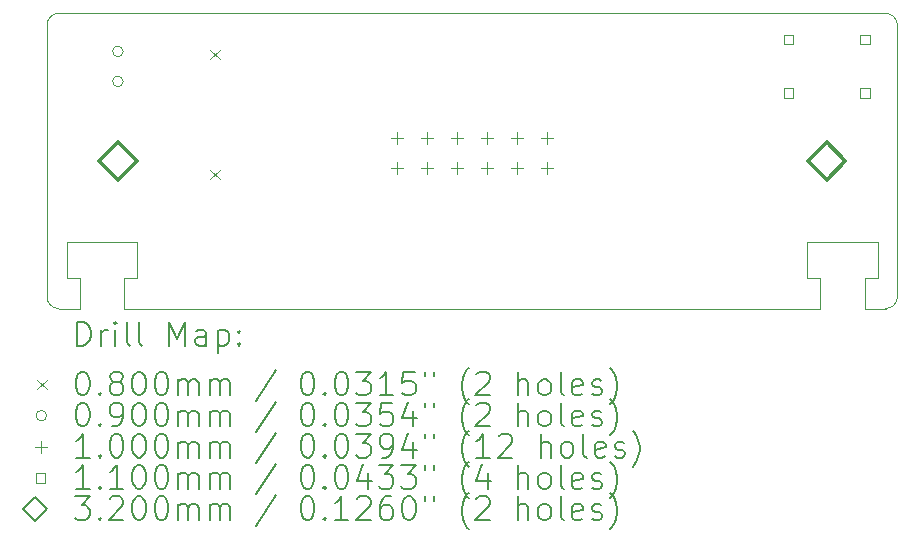
<source format=gbr>
%FSLAX45Y45*%
G04 Gerber Fmt 4.5, Leading zero omitted, Abs format (unit mm)*
G04 Created by KiCad (PCBNEW (6.0.2)) date 2022-04-04 11:24:25*
%MOMM*%
%LPD*%
G01*
G04 APERTURE LIST*
%TA.AperFunction,Profile*%
%ADD10C,0.050000*%
%TD*%
%ADD11C,0.200000*%
%ADD12C,0.080000*%
%ADD13C,0.090000*%
%ADD14C,0.100000*%
%ADD15C,0.110000*%
%ADD16C,0.320000*%
G04 APERTURE END LIST*
D10*
X9411600Y-9701800D02*
X10011600Y-9701800D01*
X16346100Y-10261800D02*
G75*
G03*
X16446100Y-10161800I0J100000D01*
G01*
X16280600Y-9701800D02*
X16280600Y-10001800D01*
X15792600Y-10261800D02*
X9899600Y-10261800D01*
X9246100Y-7861800D02*
X9246100Y-10161800D01*
X10011600Y-9701800D02*
X10011600Y-10001800D01*
X9523600Y-10261800D02*
X9346100Y-10261800D01*
X9411600Y-10001800D02*
X9411600Y-9701800D01*
X16346100Y-7761800D02*
X9346100Y-7761800D01*
X16168600Y-10261800D02*
X16346100Y-10261800D01*
X9523600Y-10261800D02*
X9523600Y-10001800D01*
X9346100Y-7761800D02*
G75*
G03*
X9246100Y-7861800I0J-100000D01*
G01*
X16280600Y-10001800D02*
X16168600Y-10001800D01*
X15680600Y-9701800D02*
X16280600Y-9701800D01*
X15792600Y-10261800D02*
X15792600Y-10001800D01*
X15792600Y-10001800D02*
X15680600Y-10001800D01*
X9899600Y-10001800D02*
X9899600Y-10261800D01*
X9523600Y-10001800D02*
X9411600Y-10001800D01*
X16446100Y-7861800D02*
G75*
G03*
X16346100Y-7761800I-100000J0D01*
G01*
X15680600Y-10001800D02*
X15680600Y-9701800D01*
X10011600Y-10001800D02*
X9899600Y-10001800D01*
X9246100Y-10161800D02*
G75*
G03*
X9346100Y-10261800I100000J0D01*
G01*
X16446100Y-10161800D02*
X16446100Y-7861800D01*
X16168600Y-10001800D02*
X16168600Y-10261800D01*
D11*
D12*
X10628100Y-8069300D02*
X10708100Y-8149300D01*
X10708100Y-8069300D02*
X10628100Y-8149300D01*
X10628100Y-9085300D02*
X10708100Y-9165300D01*
X10708100Y-9085300D02*
X10628100Y-9165300D01*
D13*
X9891100Y-8084300D02*
G75*
G03*
X9891100Y-8084300I-45000J0D01*
G01*
X9891100Y-8338300D02*
G75*
G03*
X9891100Y-8338300I-45000J0D01*
G01*
D14*
X12211100Y-8767800D02*
X12211100Y-8867800D01*
X12161100Y-8817800D02*
X12261100Y-8817800D01*
X12211100Y-9021800D02*
X12211100Y-9121800D01*
X12161100Y-9071800D02*
X12261100Y-9071800D01*
X12465100Y-8767800D02*
X12465100Y-8867800D01*
X12415100Y-8817800D02*
X12515100Y-8817800D01*
X12465100Y-9021800D02*
X12465100Y-9121800D01*
X12415100Y-9071800D02*
X12515100Y-9071800D01*
X12719100Y-8767800D02*
X12719100Y-8867800D01*
X12669100Y-8817800D02*
X12769100Y-8817800D01*
X12719100Y-9021800D02*
X12719100Y-9121800D01*
X12669100Y-9071800D02*
X12769100Y-9071800D01*
X12973100Y-8767800D02*
X12973100Y-8867800D01*
X12923100Y-8817800D02*
X13023100Y-8817800D01*
X12973100Y-9021800D02*
X12973100Y-9121800D01*
X12923100Y-9071800D02*
X13023100Y-9071800D01*
X13227100Y-8767800D02*
X13227100Y-8867800D01*
X13177100Y-8817800D02*
X13277100Y-8817800D01*
X13227100Y-9021800D02*
X13227100Y-9121800D01*
X13177100Y-9071800D02*
X13277100Y-9071800D01*
X13481100Y-8767800D02*
X13481100Y-8867800D01*
X13431100Y-8817800D02*
X13531100Y-8817800D01*
X13481100Y-9021800D02*
X13481100Y-9121800D01*
X13431100Y-9071800D02*
X13531100Y-9071800D01*
D15*
X15559991Y-8025691D02*
X15559991Y-7947909D01*
X15482209Y-7947909D01*
X15482209Y-8025691D01*
X15559991Y-8025691D01*
X15559991Y-8475691D02*
X15559991Y-8397909D01*
X15482209Y-8397909D01*
X15482209Y-8475691D01*
X15559991Y-8475691D01*
X16209991Y-8025691D02*
X16209991Y-7947909D01*
X16132209Y-7947909D01*
X16132209Y-8025691D01*
X16209991Y-8025691D01*
X16209991Y-8475691D02*
X16209991Y-8397909D01*
X16132209Y-8397909D01*
X16132209Y-8475691D01*
X16209991Y-8475691D01*
D16*
X9846100Y-9171800D02*
X10006100Y-9011800D01*
X9846100Y-8851800D01*
X9686100Y-9011800D01*
X9846100Y-9171800D01*
X15846100Y-9171800D02*
X16006100Y-9011800D01*
X15846100Y-8851800D01*
X15686100Y-9011800D01*
X15846100Y-9171800D01*
D11*
X9501219Y-10574776D02*
X9501219Y-10374776D01*
X9548838Y-10374776D01*
X9577410Y-10384300D01*
X9596457Y-10403348D01*
X9605981Y-10422395D01*
X9615505Y-10460490D01*
X9615505Y-10489062D01*
X9605981Y-10527157D01*
X9596457Y-10546205D01*
X9577410Y-10565252D01*
X9548838Y-10574776D01*
X9501219Y-10574776D01*
X9701219Y-10574776D02*
X9701219Y-10441443D01*
X9701219Y-10479538D02*
X9710743Y-10460490D01*
X9720267Y-10450967D01*
X9739314Y-10441443D01*
X9758362Y-10441443D01*
X9825029Y-10574776D02*
X9825029Y-10441443D01*
X9825029Y-10374776D02*
X9815505Y-10384300D01*
X9825029Y-10393824D01*
X9834552Y-10384300D01*
X9825029Y-10374776D01*
X9825029Y-10393824D01*
X9948838Y-10574776D02*
X9929790Y-10565252D01*
X9920267Y-10546205D01*
X9920267Y-10374776D01*
X10053600Y-10574776D02*
X10034552Y-10565252D01*
X10025029Y-10546205D01*
X10025029Y-10374776D01*
X10282171Y-10574776D02*
X10282171Y-10374776D01*
X10348838Y-10517633D01*
X10415505Y-10374776D01*
X10415505Y-10574776D01*
X10596457Y-10574776D02*
X10596457Y-10470014D01*
X10586933Y-10450967D01*
X10567886Y-10441443D01*
X10529790Y-10441443D01*
X10510743Y-10450967D01*
X10596457Y-10565252D02*
X10577410Y-10574776D01*
X10529790Y-10574776D01*
X10510743Y-10565252D01*
X10501219Y-10546205D01*
X10501219Y-10527157D01*
X10510743Y-10508110D01*
X10529790Y-10498586D01*
X10577410Y-10498586D01*
X10596457Y-10489062D01*
X10691695Y-10441443D02*
X10691695Y-10641443D01*
X10691695Y-10450967D02*
X10710743Y-10441443D01*
X10748838Y-10441443D01*
X10767886Y-10450967D01*
X10777410Y-10460490D01*
X10786933Y-10479538D01*
X10786933Y-10536681D01*
X10777410Y-10555729D01*
X10767886Y-10565252D01*
X10748838Y-10574776D01*
X10710743Y-10574776D01*
X10691695Y-10565252D01*
X10872648Y-10555729D02*
X10882171Y-10565252D01*
X10872648Y-10574776D01*
X10863124Y-10565252D01*
X10872648Y-10555729D01*
X10872648Y-10574776D01*
X10872648Y-10450967D02*
X10882171Y-10460490D01*
X10872648Y-10470014D01*
X10863124Y-10460490D01*
X10872648Y-10450967D01*
X10872648Y-10470014D01*
D12*
X9163600Y-10864300D02*
X9243600Y-10944300D01*
X9243600Y-10864300D02*
X9163600Y-10944300D01*
D11*
X9539314Y-10794776D02*
X9558362Y-10794776D01*
X9577410Y-10804300D01*
X9586933Y-10813824D01*
X9596457Y-10832871D01*
X9605981Y-10870967D01*
X9605981Y-10918586D01*
X9596457Y-10956681D01*
X9586933Y-10975729D01*
X9577410Y-10985252D01*
X9558362Y-10994776D01*
X9539314Y-10994776D01*
X9520267Y-10985252D01*
X9510743Y-10975729D01*
X9501219Y-10956681D01*
X9491695Y-10918586D01*
X9491695Y-10870967D01*
X9501219Y-10832871D01*
X9510743Y-10813824D01*
X9520267Y-10804300D01*
X9539314Y-10794776D01*
X9691695Y-10975729D02*
X9701219Y-10985252D01*
X9691695Y-10994776D01*
X9682171Y-10985252D01*
X9691695Y-10975729D01*
X9691695Y-10994776D01*
X9815505Y-10880490D02*
X9796457Y-10870967D01*
X9786933Y-10861443D01*
X9777410Y-10842395D01*
X9777410Y-10832871D01*
X9786933Y-10813824D01*
X9796457Y-10804300D01*
X9815505Y-10794776D01*
X9853600Y-10794776D01*
X9872648Y-10804300D01*
X9882171Y-10813824D01*
X9891695Y-10832871D01*
X9891695Y-10842395D01*
X9882171Y-10861443D01*
X9872648Y-10870967D01*
X9853600Y-10880490D01*
X9815505Y-10880490D01*
X9796457Y-10890014D01*
X9786933Y-10899538D01*
X9777410Y-10918586D01*
X9777410Y-10956681D01*
X9786933Y-10975729D01*
X9796457Y-10985252D01*
X9815505Y-10994776D01*
X9853600Y-10994776D01*
X9872648Y-10985252D01*
X9882171Y-10975729D01*
X9891695Y-10956681D01*
X9891695Y-10918586D01*
X9882171Y-10899538D01*
X9872648Y-10890014D01*
X9853600Y-10880490D01*
X10015505Y-10794776D02*
X10034552Y-10794776D01*
X10053600Y-10804300D01*
X10063124Y-10813824D01*
X10072648Y-10832871D01*
X10082171Y-10870967D01*
X10082171Y-10918586D01*
X10072648Y-10956681D01*
X10063124Y-10975729D01*
X10053600Y-10985252D01*
X10034552Y-10994776D01*
X10015505Y-10994776D01*
X9996457Y-10985252D01*
X9986933Y-10975729D01*
X9977410Y-10956681D01*
X9967886Y-10918586D01*
X9967886Y-10870967D01*
X9977410Y-10832871D01*
X9986933Y-10813824D01*
X9996457Y-10804300D01*
X10015505Y-10794776D01*
X10205981Y-10794776D02*
X10225029Y-10794776D01*
X10244076Y-10804300D01*
X10253600Y-10813824D01*
X10263124Y-10832871D01*
X10272648Y-10870967D01*
X10272648Y-10918586D01*
X10263124Y-10956681D01*
X10253600Y-10975729D01*
X10244076Y-10985252D01*
X10225029Y-10994776D01*
X10205981Y-10994776D01*
X10186933Y-10985252D01*
X10177410Y-10975729D01*
X10167886Y-10956681D01*
X10158362Y-10918586D01*
X10158362Y-10870967D01*
X10167886Y-10832871D01*
X10177410Y-10813824D01*
X10186933Y-10804300D01*
X10205981Y-10794776D01*
X10358362Y-10994776D02*
X10358362Y-10861443D01*
X10358362Y-10880490D02*
X10367886Y-10870967D01*
X10386933Y-10861443D01*
X10415505Y-10861443D01*
X10434552Y-10870967D01*
X10444076Y-10890014D01*
X10444076Y-10994776D01*
X10444076Y-10890014D02*
X10453600Y-10870967D01*
X10472648Y-10861443D01*
X10501219Y-10861443D01*
X10520267Y-10870967D01*
X10529790Y-10890014D01*
X10529790Y-10994776D01*
X10625029Y-10994776D02*
X10625029Y-10861443D01*
X10625029Y-10880490D02*
X10634552Y-10870967D01*
X10653600Y-10861443D01*
X10682171Y-10861443D01*
X10701219Y-10870967D01*
X10710743Y-10890014D01*
X10710743Y-10994776D01*
X10710743Y-10890014D02*
X10720267Y-10870967D01*
X10739314Y-10861443D01*
X10767886Y-10861443D01*
X10786933Y-10870967D01*
X10796457Y-10890014D01*
X10796457Y-10994776D01*
X11186933Y-10785252D02*
X11015505Y-11042395D01*
X11444076Y-10794776D02*
X11463124Y-10794776D01*
X11482171Y-10804300D01*
X11491695Y-10813824D01*
X11501219Y-10832871D01*
X11510743Y-10870967D01*
X11510743Y-10918586D01*
X11501219Y-10956681D01*
X11491695Y-10975729D01*
X11482171Y-10985252D01*
X11463124Y-10994776D01*
X11444076Y-10994776D01*
X11425028Y-10985252D01*
X11415505Y-10975729D01*
X11405981Y-10956681D01*
X11396457Y-10918586D01*
X11396457Y-10870967D01*
X11405981Y-10832871D01*
X11415505Y-10813824D01*
X11425028Y-10804300D01*
X11444076Y-10794776D01*
X11596457Y-10975729D02*
X11605981Y-10985252D01*
X11596457Y-10994776D01*
X11586933Y-10985252D01*
X11596457Y-10975729D01*
X11596457Y-10994776D01*
X11729790Y-10794776D02*
X11748838Y-10794776D01*
X11767886Y-10804300D01*
X11777409Y-10813824D01*
X11786933Y-10832871D01*
X11796457Y-10870967D01*
X11796457Y-10918586D01*
X11786933Y-10956681D01*
X11777409Y-10975729D01*
X11767886Y-10985252D01*
X11748838Y-10994776D01*
X11729790Y-10994776D01*
X11710743Y-10985252D01*
X11701219Y-10975729D01*
X11691695Y-10956681D01*
X11682171Y-10918586D01*
X11682171Y-10870967D01*
X11691695Y-10832871D01*
X11701219Y-10813824D01*
X11710743Y-10804300D01*
X11729790Y-10794776D01*
X11863124Y-10794776D02*
X11986933Y-10794776D01*
X11920267Y-10870967D01*
X11948838Y-10870967D01*
X11967886Y-10880490D01*
X11977409Y-10890014D01*
X11986933Y-10909062D01*
X11986933Y-10956681D01*
X11977409Y-10975729D01*
X11967886Y-10985252D01*
X11948838Y-10994776D01*
X11891695Y-10994776D01*
X11872648Y-10985252D01*
X11863124Y-10975729D01*
X12177409Y-10994776D02*
X12063124Y-10994776D01*
X12120267Y-10994776D02*
X12120267Y-10794776D01*
X12101219Y-10823348D01*
X12082171Y-10842395D01*
X12063124Y-10851919D01*
X12358362Y-10794776D02*
X12263124Y-10794776D01*
X12253600Y-10890014D01*
X12263124Y-10880490D01*
X12282171Y-10870967D01*
X12329790Y-10870967D01*
X12348838Y-10880490D01*
X12358362Y-10890014D01*
X12367886Y-10909062D01*
X12367886Y-10956681D01*
X12358362Y-10975729D01*
X12348838Y-10985252D01*
X12329790Y-10994776D01*
X12282171Y-10994776D01*
X12263124Y-10985252D01*
X12253600Y-10975729D01*
X12444076Y-10794776D02*
X12444076Y-10832871D01*
X12520267Y-10794776D02*
X12520267Y-10832871D01*
X12815505Y-11070967D02*
X12805981Y-11061443D01*
X12786933Y-11032871D01*
X12777409Y-11013824D01*
X12767886Y-10985252D01*
X12758362Y-10937633D01*
X12758362Y-10899538D01*
X12767886Y-10851919D01*
X12777409Y-10823348D01*
X12786933Y-10804300D01*
X12805981Y-10775729D01*
X12815505Y-10766205D01*
X12882171Y-10813824D02*
X12891695Y-10804300D01*
X12910743Y-10794776D01*
X12958362Y-10794776D01*
X12977409Y-10804300D01*
X12986933Y-10813824D01*
X12996457Y-10832871D01*
X12996457Y-10851919D01*
X12986933Y-10880490D01*
X12872648Y-10994776D01*
X12996457Y-10994776D01*
X13234552Y-10994776D02*
X13234552Y-10794776D01*
X13320267Y-10994776D02*
X13320267Y-10890014D01*
X13310743Y-10870967D01*
X13291695Y-10861443D01*
X13263124Y-10861443D01*
X13244076Y-10870967D01*
X13234552Y-10880490D01*
X13444076Y-10994776D02*
X13425028Y-10985252D01*
X13415505Y-10975729D01*
X13405981Y-10956681D01*
X13405981Y-10899538D01*
X13415505Y-10880490D01*
X13425028Y-10870967D01*
X13444076Y-10861443D01*
X13472648Y-10861443D01*
X13491695Y-10870967D01*
X13501219Y-10880490D01*
X13510743Y-10899538D01*
X13510743Y-10956681D01*
X13501219Y-10975729D01*
X13491695Y-10985252D01*
X13472648Y-10994776D01*
X13444076Y-10994776D01*
X13625028Y-10994776D02*
X13605981Y-10985252D01*
X13596457Y-10966205D01*
X13596457Y-10794776D01*
X13777409Y-10985252D02*
X13758362Y-10994776D01*
X13720267Y-10994776D01*
X13701219Y-10985252D01*
X13691695Y-10966205D01*
X13691695Y-10890014D01*
X13701219Y-10870967D01*
X13720267Y-10861443D01*
X13758362Y-10861443D01*
X13777409Y-10870967D01*
X13786933Y-10890014D01*
X13786933Y-10909062D01*
X13691695Y-10928110D01*
X13863124Y-10985252D02*
X13882171Y-10994776D01*
X13920267Y-10994776D01*
X13939314Y-10985252D01*
X13948838Y-10966205D01*
X13948838Y-10956681D01*
X13939314Y-10937633D01*
X13920267Y-10928110D01*
X13891695Y-10928110D01*
X13872648Y-10918586D01*
X13863124Y-10899538D01*
X13863124Y-10890014D01*
X13872648Y-10870967D01*
X13891695Y-10861443D01*
X13920267Y-10861443D01*
X13939314Y-10870967D01*
X14015505Y-11070967D02*
X14025028Y-11061443D01*
X14044076Y-11032871D01*
X14053600Y-11013824D01*
X14063124Y-10985252D01*
X14072648Y-10937633D01*
X14072648Y-10899538D01*
X14063124Y-10851919D01*
X14053600Y-10823348D01*
X14044076Y-10804300D01*
X14025028Y-10775729D01*
X14015505Y-10766205D01*
D13*
X9243600Y-11168300D02*
G75*
G03*
X9243600Y-11168300I-45000J0D01*
G01*
D11*
X9539314Y-11058776D02*
X9558362Y-11058776D01*
X9577410Y-11068300D01*
X9586933Y-11077824D01*
X9596457Y-11096871D01*
X9605981Y-11134967D01*
X9605981Y-11182586D01*
X9596457Y-11220681D01*
X9586933Y-11239728D01*
X9577410Y-11249252D01*
X9558362Y-11258776D01*
X9539314Y-11258776D01*
X9520267Y-11249252D01*
X9510743Y-11239728D01*
X9501219Y-11220681D01*
X9491695Y-11182586D01*
X9491695Y-11134967D01*
X9501219Y-11096871D01*
X9510743Y-11077824D01*
X9520267Y-11068300D01*
X9539314Y-11058776D01*
X9691695Y-11239728D02*
X9701219Y-11249252D01*
X9691695Y-11258776D01*
X9682171Y-11249252D01*
X9691695Y-11239728D01*
X9691695Y-11258776D01*
X9796457Y-11258776D02*
X9834552Y-11258776D01*
X9853600Y-11249252D01*
X9863124Y-11239728D01*
X9882171Y-11211157D01*
X9891695Y-11173062D01*
X9891695Y-11096871D01*
X9882171Y-11077824D01*
X9872648Y-11068300D01*
X9853600Y-11058776D01*
X9815505Y-11058776D01*
X9796457Y-11068300D01*
X9786933Y-11077824D01*
X9777410Y-11096871D01*
X9777410Y-11144490D01*
X9786933Y-11163538D01*
X9796457Y-11173062D01*
X9815505Y-11182586D01*
X9853600Y-11182586D01*
X9872648Y-11173062D01*
X9882171Y-11163538D01*
X9891695Y-11144490D01*
X10015505Y-11058776D02*
X10034552Y-11058776D01*
X10053600Y-11068300D01*
X10063124Y-11077824D01*
X10072648Y-11096871D01*
X10082171Y-11134967D01*
X10082171Y-11182586D01*
X10072648Y-11220681D01*
X10063124Y-11239728D01*
X10053600Y-11249252D01*
X10034552Y-11258776D01*
X10015505Y-11258776D01*
X9996457Y-11249252D01*
X9986933Y-11239728D01*
X9977410Y-11220681D01*
X9967886Y-11182586D01*
X9967886Y-11134967D01*
X9977410Y-11096871D01*
X9986933Y-11077824D01*
X9996457Y-11068300D01*
X10015505Y-11058776D01*
X10205981Y-11058776D02*
X10225029Y-11058776D01*
X10244076Y-11068300D01*
X10253600Y-11077824D01*
X10263124Y-11096871D01*
X10272648Y-11134967D01*
X10272648Y-11182586D01*
X10263124Y-11220681D01*
X10253600Y-11239728D01*
X10244076Y-11249252D01*
X10225029Y-11258776D01*
X10205981Y-11258776D01*
X10186933Y-11249252D01*
X10177410Y-11239728D01*
X10167886Y-11220681D01*
X10158362Y-11182586D01*
X10158362Y-11134967D01*
X10167886Y-11096871D01*
X10177410Y-11077824D01*
X10186933Y-11068300D01*
X10205981Y-11058776D01*
X10358362Y-11258776D02*
X10358362Y-11125443D01*
X10358362Y-11144490D02*
X10367886Y-11134967D01*
X10386933Y-11125443D01*
X10415505Y-11125443D01*
X10434552Y-11134967D01*
X10444076Y-11154014D01*
X10444076Y-11258776D01*
X10444076Y-11154014D02*
X10453600Y-11134967D01*
X10472648Y-11125443D01*
X10501219Y-11125443D01*
X10520267Y-11134967D01*
X10529790Y-11154014D01*
X10529790Y-11258776D01*
X10625029Y-11258776D02*
X10625029Y-11125443D01*
X10625029Y-11144490D02*
X10634552Y-11134967D01*
X10653600Y-11125443D01*
X10682171Y-11125443D01*
X10701219Y-11134967D01*
X10710743Y-11154014D01*
X10710743Y-11258776D01*
X10710743Y-11154014D02*
X10720267Y-11134967D01*
X10739314Y-11125443D01*
X10767886Y-11125443D01*
X10786933Y-11134967D01*
X10796457Y-11154014D01*
X10796457Y-11258776D01*
X11186933Y-11049252D02*
X11015505Y-11306395D01*
X11444076Y-11058776D02*
X11463124Y-11058776D01*
X11482171Y-11068300D01*
X11491695Y-11077824D01*
X11501219Y-11096871D01*
X11510743Y-11134967D01*
X11510743Y-11182586D01*
X11501219Y-11220681D01*
X11491695Y-11239728D01*
X11482171Y-11249252D01*
X11463124Y-11258776D01*
X11444076Y-11258776D01*
X11425028Y-11249252D01*
X11415505Y-11239728D01*
X11405981Y-11220681D01*
X11396457Y-11182586D01*
X11396457Y-11134967D01*
X11405981Y-11096871D01*
X11415505Y-11077824D01*
X11425028Y-11068300D01*
X11444076Y-11058776D01*
X11596457Y-11239728D02*
X11605981Y-11249252D01*
X11596457Y-11258776D01*
X11586933Y-11249252D01*
X11596457Y-11239728D01*
X11596457Y-11258776D01*
X11729790Y-11058776D02*
X11748838Y-11058776D01*
X11767886Y-11068300D01*
X11777409Y-11077824D01*
X11786933Y-11096871D01*
X11796457Y-11134967D01*
X11796457Y-11182586D01*
X11786933Y-11220681D01*
X11777409Y-11239728D01*
X11767886Y-11249252D01*
X11748838Y-11258776D01*
X11729790Y-11258776D01*
X11710743Y-11249252D01*
X11701219Y-11239728D01*
X11691695Y-11220681D01*
X11682171Y-11182586D01*
X11682171Y-11134967D01*
X11691695Y-11096871D01*
X11701219Y-11077824D01*
X11710743Y-11068300D01*
X11729790Y-11058776D01*
X11863124Y-11058776D02*
X11986933Y-11058776D01*
X11920267Y-11134967D01*
X11948838Y-11134967D01*
X11967886Y-11144490D01*
X11977409Y-11154014D01*
X11986933Y-11173062D01*
X11986933Y-11220681D01*
X11977409Y-11239728D01*
X11967886Y-11249252D01*
X11948838Y-11258776D01*
X11891695Y-11258776D01*
X11872648Y-11249252D01*
X11863124Y-11239728D01*
X12167886Y-11058776D02*
X12072648Y-11058776D01*
X12063124Y-11154014D01*
X12072648Y-11144490D01*
X12091695Y-11134967D01*
X12139314Y-11134967D01*
X12158362Y-11144490D01*
X12167886Y-11154014D01*
X12177409Y-11173062D01*
X12177409Y-11220681D01*
X12167886Y-11239728D01*
X12158362Y-11249252D01*
X12139314Y-11258776D01*
X12091695Y-11258776D01*
X12072648Y-11249252D01*
X12063124Y-11239728D01*
X12348838Y-11125443D02*
X12348838Y-11258776D01*
X12301219Y-11049252D02*
X12253600Y-11192109D01*
X12377409Y-11192109D01*
X12444076Y-11058776D02*
X12444076Y-11096871D01*
X12520267Y-11058776D02*
X12520267Y-11096871D01*
X12815505Y-11334967D02*
X12805981Y-11325443D01*
X12786933Y-11296871D01*
X12777409Y-11277824D01*
X12767886Y-11249252D01*
X12758362Y-11201633D01*
X12758362Y-11163538D01*
X12767886Y-11115919D01*
X12777409Y-11087348D01*
X12786933Y-11068300D01*
X12805981Y-11039729D01*
X12815505Y-11030205D01*
X12882171Y-11077824D02*
X12891695Y-11068300D01*
X12910743Y-11058776D01*
X12958362Y-11058776D01*
X12977409Y-11068300D01*
X12986933Y-11077824D01*
X12996457Y-11096871D01*
X12996457Y-11115919D01*
X12986933Y-11144490D01*
X12872648Y-11258776D01*
X12996457Y-11258776D01*
X13234552Y-11258776D02*
X13234552Y-11058776D01*
X13320267Y-11258776D02*
X13320267Y-11154014D01*
X13310743Y-11134967D01*
X13291695Y-11125443D01*
X13263124Y-11125443D01*
X13244076Y-11134967D01*
X13234552Y-11144490D01*
X13444076Y-11258776D02*
X13425028Y-11249252D01*
X13415505Y-11239728D01*
X13405981Y-11220681D01*
X13405981Y-11163538D01*
X13415505Y-11144490D01*
X13425028Y-11134967D01*
X13444076Y-11125443D01*
X13472648Y-11125443D01*
X13491695Y-11134967D01*
X13501219Y-11144490D01*
X13510743Y-11163538D01*
X13510743Y-11220681D01*
X13501219Y-11239728D01*
X13491695Y-11249252D01*
X13472648Y-11258776D01*
X13444076Y-11258776D01*
X13625028Y-11258776D02*
X13605981Y-11249252D01*
X13596457Y-11230205D01*
X13596457Y-11058776D01*
X13777409Y-11249252D02*
X13758362Y-11258776D01*
X13720267Y-11258776D01*
X13701219Y-11249252D01*
X13691695Y-11230205D01*
X13691695Y-11154014D01*
X13701219Y-11134967D01*
X13720267Y-11125443D01*
X13758362Y-11125443D01*
X13777409Y-11134967D01*
X13786933Y-11154014D01*
X13786933Y-11173062D01*
X13691695Y-11192109D01*
X13863124Y-11249252D02*
X13882171Y-11258776D01*
X13920267Y-11258776D01*
X13939314Y-11249252D01*
X13948838Y-11230205D01*
X13948838Y-11220681D01*
X13939314Y-11201633D01*
X13920267Y-11192109D01*
X13891695Y-11192109D01*
X13872648Y-11182586D01*
X13863124Y-11163538D01*
X13863124Y-11154014D01*
X13872648Y-11134967D01*
X13891695Y-11125443D01*
X13920267Y-11125443D01*
X13939314Y-11134967D01*
X14015505Y-11334967D02*
X14025028Y-11325443D01*
X14044076Y-11296871D01*
X14053600Y-11277824D01*
X14063124Y-11249252D01*
X14072648Y-11201633D01*
X14072648Y-11163538D01*
X14063124Y-11115919D01*
X14053600Y-11087348D01*
X14044076Y-11068300D01*
X14025028Y-11039729D01*
X14015505Y-11030205D01*
D14*
X9193600Y-11382300D02*
X9193600Y-11482300D01*
X9143600Y-11432300D02*
X9243600Y-11432300D01*
D11*
X9605981Y-11522776D02*
X9491695Y-11522776D01*
X9548838Y-11522776D02*
X9548838Y-11322776D01*
X9529790Y-11351348D01*
X9510743Y-11370395D01*
X9491695Y-11379919D01*
X9691695Y-11503728D02*
X9701219Y-11513252D01*
X9691695Y-11522776D01*
X9682171Y-11513252D01*
X9691695Y-11503728D01*
X9691695Y-11522776D01*
X9825029Y-11322776D02*
X9844076Y-11322776D01*
X9863124Y-11332300D01*
X9872648Y-11341824D01*
X9882171Y-11360871D01*
X9891695Y-11398967D01*
X9891695Y-11446586D01*
X9882171Y-11484681D01*
X9872648Y-11503728D01*
X9863124Y-11513252D01*
X9844076Y-11522776D01*
X9825029Y-11522776D01*
X9805981Y-11513252D01*
X9796457Y-11503728D01*
X9786933Y-11484681D01*
X9777410Y-11446586D01*
X9777410Y-11398967D01*
X9786933Y-11360871D01*
X9796457Y-11341824D01*
X9805981Y-11332300D01*
X9825029Y-11322776D01*
X10015505Y-11322776D02*
X10034552Y-11322776D01*
X10053600Y-11332300D01*
X10063124Y-11341824D01*
X10072648Y-11360871D01*
X10082171Y-11398967D01*
X10082171Y-11446586D01*
X10072648Y-11484681D01*
X10063124Y-11503728D01*
X10053600Y-11513252D01*
X10034552Y-11522776D01*
X10015505Y-11522776D01*
X9996457Y-11513252D01*
X9986933Y-11503728D01*
X9977410Y-11484681D01*
X9967886Y-11446586D01*
X9967886Y-11398967D01*
X9977410Y-11360871D01*
X9986933Y-11341824D01*
X9996457Y-11332300D01*
X10015505Y-11322776D01*
X10205981Y-11322776D02*
X10225029Y-11322776D01*
X10244076Y-11332300D01*
X10253600Y-11341824D01*
X10263124Y-11360871D01*
X10272648Y-11398967D01*
X10272648Y-11446586D01*
X10263124Y-11484681D01*
X10253600Y-11503728D01*
X10244076Y-11513252D01*
X10225029Y-11522776D01*
X10205981Y-11522776D01*
X10186933Y-11513252D01*
X10177410Y-11503728D01*
X10167886Y-11484681D01*
X10158362Y-11446586D01*
X10158362Y-11398967D01*
X10167886Y-11360871D01*
X10177410Y-11341824D01*
X10186933Y-11332300D01*
X10205981Y-11322776D01*
X10358362Y-11522776D02*
X10358362Y-11389443D01*
X10358362Y-11408490D02*
X10367886Y-11398967D01*
X10386933Y-11389443D01*
X10415505Y-11389443D01*
X10434552Y-11398967D01*
X10444076Y-11418014D01*
X10444076Y-11522776D01*
X10444076Y-11418014D02*
X10453600Y-11398967D01*
X10472648Y-11389443D01*
X10501219Y-11389443D01*
X10520267Y-11398967D01*
X10529790Y-11418014D01*
X10529790Y-11522776D01*
X10625029Y-11522776D02*
X10625029Y-11389443D01*
X10625029Y-11408490D02*
X10634552Y-11398967D01*
X10653600Y-11389443D01*
X10682171Y-11389443D01*
X10701219Y-11398967D01*
X10710743Y-11418014D01*
X10710743Y-11522776D01*
X10710743Y-11418014D02*
X10720267Y-11398967D01*
X10739314Y-11389443D01*
X10767886Y-11389443D01*
X10786933Y-11398967D01*
X10796457Y-11418014D01*
X10796457Y-11522776D01*
X11186933Y-11313252D02*
X11015505Y-11570395D01*
X11444076Y-11322776D02*
X11463124Y-11322776D01*
X11482171Y-11332300D01*
X11491695Y-11341824D01*
X11501219Y-11360871D01*
X11510743Y-11398967D01*
X11510743Y-11446586D01*
X11501219Y-11484681D01*
X11491695Y-11503728D01*
X11482171Y-11513252D01*
X11463124Y-11522776D01*
X11444076Y-11522776D01*
X11425028Y-11513252D01*
X11415505Y-11503728D01*
X11405981Y-11484681D01*
X11396457Y-11446586D01*
X11396457Y-11398967D01*
X11405981Y-11360871D01*
X11415505Y-11341824D01*
X11425028Y-11332300D01*
X11444076Y-11322776D01*
X11596457Y-11503728D02*
X11605981Y-11513252D01*
X11596457Y-11522776D01*
X11586933Y-11513252D01*
X11596457Y-11503728D01*
X11596457Y-11522776D01*
X11729790Y-11322776D02*
X11748838Y-11322776D01*
X11767886Y-11332300D01*
X11777409Y-11341824D01*
X11786933Y-11360871D01*
X11796457Y-11398967D01*
X11796457Y-11446586D01*
X11786933Y-11484681D01*
X11777409Y-11503728D01*
X11767886Y-11513252D01*
X11748838Y-11522776D01*
X11729790Y-11522776D01*
X11710743Y-11513252D01*
X11701219Y-11503728D01*
X11691695Y-11484681D01*
X11682171Y-11446586D01*
X11682171Y-11398967D01*
X11691695Y-11360871D01*
X11701219Y-11341824D01*
X11710743Y-11332300D01*
X11729790Y-11322776D01*
X11863124Y-11322776D02*
X11986933Y-11322776D01*
X11920267Y-11398967D01*
X11948838Y-11398967D01*
X11967886Y-11408490D01*
X11977409Y-11418014D01*
X11986933Y-11437062D01*
X11986933Y-11484681D01*
X11977409Y-11503728D01*
X11967886Y-11513252D01*
X11948838Y-11522776D01*
X11891695Y-11522776D01*
X11872648Y-11513252D01*
X11863124Y-11503728D01*
X12082171Y-11522776D02*
X12120267Y-11522776D01*
X12139314Y-11513252D01*
X12148838Y-11503728D01*
X12167886Y-11475157D01*
X12177409Y-11437062D01*
X12177409Y-11360871D01*
X12167886Y-11341824D01*
X12158362Y-11332300D01*
X12139314Y-11322776D01*
X12101219Y-11322776D01*
X12082171Y-11332300D01*
X12072648Y-11341824D01*
X12063124Y-11360871D01*
X12063124Y-11408490D01*
X12072648Y-11427538D01*
X12082171Y-11437062D01*
X12101219Y-11446586D01*
X12139314Y-11446586D01*
X12158362Y-11437062D01*
X12167886Y-11427538D01*
X12177409Y-11408490D01*
X12348838Y-11389443D02*
X12348838Y-11522776D01*
X12301219Y-11313252D02*
X12253600Y-11456109D01*
X12377409Y-11456109D01*
X12444076Y-11322776D02*
X12444076Y-11360871D01*
X12520267Y-11322776D02*
X12520267Y-11360871D01*
X12815505Y-11598967D02*
X12805981Y-11589443D01*
X12786933Y-11560871D01*
X12777409Y-11541824D01*
X12767886Y-11513252D01*
X12758362Y-11465633D01*
X12758362Y-11427538D01*
X12767886Y-11379919D01*
X12777409Y-11351348D01*
X12786933Y-11332300D01*
X12805981Y-11303728D01*
X12815505Y-11294205D01*
X12996457Y-11522776D02*
X12882171Y-11522776D01*
X12939314Y-11522776D02*
X12939314Y-11322776D01*
X12920267Y-11351348D01*
X12901219Y-11370395D01*
X12882171Y-11379919D01*
X13072648Y-11341824D02*
X13082171Y-11332300D01*
X13101219Y-11322776D01*
X13148838Y-11322776D01*
X13167886Y-11332300D01*
X13177409Y-11341824D01*
X13186933Y-11360871D01*
X13186933Y-11379919D01*
X13177409Y-11408490D01*
X13063124Y-11522776D01*
X13186933Y-11522776D01*
X13425028Y-11522776D02*
X13425028Y-11322776D01*
X13510743Y-11522776D02*
X13510743Y-11418014D01*
X13501219Y-11398967D01*
X13482171Y-11389443D01*
X13453600Y-11389443D01*
X13434552Y-11398967D01*
X13425028Y-11408490D01*
X13634552Y-11522776D02*
X13615505Y-11513252D01*
X13605981Y-11503728D01*
X13596457Y-11484681D01*
X13596457Y-11427538D01*
X13605981Y-11408490D01*
X13615505Y-11398967D01*
X13634552Y-11389443D01*
X13663124Y-11389443D01*
X13682171Y-11398967D01*
X13691695Y-11408490D01*
X13701219Y-11427538D01*
X13701219Y-11484681D01*
X13691695Y-11503728D01*
X13682171Y-11513252D01*
X13663124Y-11522776D01*
X13634552Y-11522776D01*
X13815505Y-11522776D02*
X13796457Y-11513252D01*
X13786933Y-11494205D01*
X13786933Y-11322776D01*
X13967886Y-11513252D02*
X13948838Y-11522776D01*
X13910743Y-11522776D01*
X13891695Y-11513252D01*
X13882171Y-11494205D01*
X13882171Y-11418014D01*
X13891695Y-11398967D01*
X13910743Y-11389443D01*
X13948838Y-11389443D01*
X13967886Y-11398967D01*
X13977409Y-11418014D01*
X13977409Y-11437062D01*
X13882171Y-11456109D01*
X14053600Y-11513252D02*
X14072648Y-11522776D01*
X14110743Y-11522776D01*
X14129790Y-11513252D01*
X14139314Y-11494205D01*
X14139314Y-11484681D01*
X14129790Y-11465633D01*
X14110743Y-11456109D01*
X14082171Y-11456109D01*
X14063124Y-11446586D01*
X14053600Y-11427538D01*
X14053600Y-11418014D01*
X14063124Y-11398967D01*
X14082171Y-11389443D01*
X14110743Y-11389443D01*
X14129790Y-11398967D01*
X14205981Y-11598967D02*
X14215505Y-11589443D01*
X14234552Y-11560871D01*
X14244076Y-11541824D01*
X14253600Y-11513252D01*
X14263124Y-11465633D01*
X14263124Y-11427538D01*
X14253600Y-11379919D01*
X14244076Y-11351348D01*
X14234552Y-11332300D01*
X14215505Y-11303728D01*
X14205981Y-11294205D01*
D15*
X9227491Y-11735191D02*
X9227491Y-11657409D01*
X9149709Y-11657409D01*
X9149709Y-11735191D01*
X9227491Y-11735191D01*
D11*
X9605981Y-11786776D02*
X9491695Y-11786776D01*
X9548838Y-11786776D02*
X9548838Y-11586776D01*
X9529790Y-11615348D01*
X9510743Y-11634395D01*
X9491695Y-11643919D01*
X9691695Y-11767728D02*
X9701219Y-11777252D01*
X9691695Y-11786776D01*
X9682171Y-11777252D01*
X9691695Y-11767728D01*
X9691695Y-11786776D01*
X9891695Y-11786776D02*
X9777410Y-11786776D01*
X9834552Y-11786776D02*
X9834552Y-11586776D01*
X9815505Y-11615348D01*
X9796457Y-11634395D01*
X9777410Y-11643919D01*
X10015505Y-11586776D02*
X10034552Y-11586776D01*
X10053600Y-11596300D01*
X10063124Y-11605824D01*
X10072648Y-11624871D01*
X10082171Y-11662967D01*
X10082171Y-11710586D01*
X10072648Y-11748681D01*
X10063124Y-11767728D01*
X10053600Y-11777252D01*
X10034552Y-11786776D01*
X10015505Y-11786776D01*
X9996457Y-11777252D01*
X9986933Y-11767728D01*
X9977410Y-11748681D01*
X9967886Y-11710586D01*
X9967886Y-11662967D01*
X9977410Y-11624871D01*
X9986933Y-11605824D01*
X9996457Y-11596300D01*
X10015505Y-11586776D01*
X10205981Y-11586776D02*
X10225029Y-11586776D01*
X10244076Y-11596300D01*
X10253600Y-11605824D01*
X10263124Y-11624871D01*
X10272648Y-11662967D01*
X10272648Y-11710586D01*
X10263124Y-11748681D01*
X10253600Y-11767728D01*
X10244076Y-11777252D01*
X10225029Y-11786776D01*
X10205981Y-11786776D01*
X10186933Y-11777252D01*
X10177410Y-11767728D01*
X10167886Y-11748681D01*
X10158362Y-11710586D01*
X10158362Y-11662967D01*
X10167886Y-11624871D01*
X10177410Y-11605824D01*
X10186933Y-11596300D01*
X10205981Y-11586776D01*
X10358362Y-11786776D02*
X10358362Y-11653443D01*
X10358362Y-11672490D02*
X10367886Y-11662967D01*
X10386933Y-11653443D01*
X10415505Y-11653443D01*
X10434552Y-11662967D01*
X10444076Y-11682014D01*
X10444076Y-11786776D01*
X10444076Y-11682014D02*
X10453600Y-11662967D01*
X10472648Y-11653443D01*
X10501219Y-11653443D01*
X10520267Y-11662967D01*
X10529790Y-11682014D01*
X10529790Y-11786776D01*
X10625029Y-11786776D02*
X10625029Y-11653443D01*
X10625029Y-11672490D02*
X10634552Y-11662967D01*
X10653600Y-11653443D01*
X10682171Y-11653443D01*
X10701219Y-11662967D01*
X10710743Y-11682014D01*
X10710743Y-11786776D01*
X10710743Y-11682014D02*
X10720267Y-11662967D01*
X10739314Y-11653443D01*
X10767886Y-11653443D01*
X10786933Y-11662967D01*
X10796457Y-11682014D01*
X10796457Y-11786776D01*
X11186933Y-11577252D02*
X11015505Y-11834395D01*
X11444076Y-11586776D02*
X11463124Y-11586776D01*
X11482171Y-11596300D01*
X11491695Y-11605824D01*
X11501219Y-11624871D01*
X11510743Y-11662967D01*
X11510743Y-11710586D01*
X11501219Y-11748681D01*
X11491695Y-11767728D01*
X11482171Y-11777252D01*
X11463124Y-11786776D01*
X11444076Y-11786776D01*
X11425028Y-11777252D01*
X11415505Y-11767728D01*
X11405981Y-11748681D01*
X11396457Y-11710586D01*
X11396457Y-11662967D01*
X11405981Y-11624871D01*
X11415505Y-11605824D01*
X11425028Y-11596300D01*
X11444076Y-11586776D01*
X11596457Y-11767728D02*
X11605981Y-11777252D01*
X11596457Y-11786776D01*
X11586933Y-11777252D01*
X11596457Y-11767728D01*
X11596457Y-11786776D01*
X11729790Y-11586776D02*
X11748838Y-11586776D01*
X11767886Y-11596300D01*
X11777409Y-11605824D01*
X11786933Y-11624871D01*
X11796457Y-11662967D01*
X11796457Y-11710586D01*
X11786933Y-11748681D01*
X11777409Y-11767728D01*
X11767886Y-11777252D01*
X11748838Y-11786776D01*
X11729790Y-11786776D01*
X11710743Y-11777252D01*
X11701219Y-11767728D01*
X11691695Y-11748681D01*
X11682171Y-11710586D01*
X11682171Y-11662967D01*
X11691695Y-11624871D01*
X11701219Y-11605824D01*
X11710743Y-11596300D01*
X11729790Y-11586776D01*
X11967886Y-11653443D02*
X11967886Y-11786776D01*
X11920267Y-11577252D02*
X11872648Y-11720109D01*
X11996457Y-11720109D01*
X12053600Y-11586776D02*
X12177409Y-11586776D01*
X12110743Y-11662967D01*
X12139314Y-11662967D01*
X12158362Y-11672490D01*
X12167886Y-11682014D01*
X12177409Y-11701062D01*
X12177409Y-11748681D01*
X12167886Y-11767728D01*
X12158362Y-11777252D01*
X12139314Y-11786776D01*
X12082171Y-11786776D01*
X12063124Y-11777252D01*
X12053600Y-11767728D01*
X12244076Y-11586776D02*
X12367886Y-11586776D01*
X12301219Y-11662967D01*
X12329790Y-11662967D01*
X12348838Y-11672490D01*
X12358362Y-11682014D01*
X12367886Y-11701062D01*
X12367886Y-11748681D01*
X12358362Y-11767728D01*
X12348838Y-11777252D01*
X12329790Y-11786776D01*
X12272648Y-11786776D01*
X12253600Y-11777252D01*
X12244076Y-11767728D01*
X12444076Y-11586776D02*
X12444076Y-11624871D01*
X12520267Y-11586776D02*
X12520267Y-11624871D01*
X12815505Y-11862967D02*
X12805981Y-11853443D01*
X12786933Y-11824871D01*
X12777409Y-11805824D01*
X12767886Y-11777252D01*
X12758362Y-11729633D01*
X12758362Y-11691538D01*
X12767886Y-11643919D01*
X12777409Y-11615348D01*
X12786933Y-11596300D01*
X12805981Y-11567728D01*
X12815505Y-11558205D01*
X12977409Y-11653443D02*
X12977409Y-11786776D01*
X12929790Y-11577252D02*
X12882171Y-11720109D01*
X13005981Y-11720109D01*
X13234552Y-11786776D02*
X13234552Y-11586776D01*
X13320267Y-11786776D02*
X13320267Y-11682014D01*
X13310743Y-11662967D01*
X13291695Y-11653443D01*
X13263124Y-11653443D01*
X13244076Y-11662967D01*
X13234552Y-11672490D01*
X13444076Y-11786776D02*
X13425028Y-11777252D01*
X13415505Y-11767728D01*
X13405981Y-11748681D01*
X13405981Y-11691538D01*
X13415505Y-11672490D01*
X13425028Y-11662967D01*
X13444076Y-11653443D01*
X13472648Y-11653443D01*
X13491695Y-11662967D01*
X13501219Y-11672490D01*
X13510743Y-11691538D01*
X13510743Y-11748681D01*
X13501219Y-11767728D01*
X13491695Y-11777252D01*
X13472648Y-11786776D01*
X13444076Y-11786776D01*
X13625028Y-11786776D02*
X13605981Y-11777252D01*
X13596457Y-11758205D01*
X13596457Y-11586776D01*
X13777409Y-11777252D02*
X13758362Y-11786776D01*
X13720267Y-11786776D01*
X13701219Y-11777252D01*
X13691695Y-11758205D01*
X13691695Y-11682014D01*
X13701219Y-11662967D01*
X13720267Y-11653443D01*
X13758362Y-11653443D01*
X13777409Y-11662967D01*
X13786933Y-11682014D01*
X13786933Y-11701062D01*
X13691695Y-11720109D01*
X13863124Y-11777252D02*
X13882171Y-11786776D01*
X13920267Y-11786776D01*
X13939314Y-11777252D01*
X13948838Y-11758205D01*
X13948838Y-11748681D01*
X13939314Y-11729633D01*
X13920267Y-11720109D01*
X13891695Y-11720109D01*
X13872648Y-11710586D01*
X13863124Y-11691538D01*
X13863124Y-11682014D01*
X13872648Y-11662967D01*
X13891695Y-11653443D01*
X13920267Y-11653443D01*
X13939314Y-11662967D01*
X14015505Y-11862967D02*
X14025028Y-11853443D01*
X14044076Y-11824871D01*
X14053600Y-11805824D01*
X14063124Y-11777252D01*
X14072648Y-11729633D01*
X14072648Y-11691538D01*
X14063124Y-11643919D01*
X14053600Y-11615348D01*
X14044076Y-11596300D01*
X14025028Y-11567728D01*
X14015505Y-11558205D01*
X9143600Y-12060300D02*
X9243600Y-11960300D01*
X9143600Y-11860300D01*
X9043600Y-11960300D01*
X9143600Y-12060300D01*
X9482171Y-11850776D02*
X9605981Y-11850776D01*
X9539314Y-11926967D01*
X9567886Y-11926967D01*
X9586933Y-11936490D01*
X9596457Y-11946014D01*
X9605981Y-11965062D01*
X9605981Y-12012681D01*
X9596457Y-12031728D01*
X9586933Y-12041252D01*
X9567886Y-12050776D01*
X9510743Y-12050776D01*
X9491695Y-12041252D01*
X9482171Y-12031728D01*
X9691695Y-12031728D02*
X9701219Y-12041252D01*
X9691695Y-12050776D01*
X9682171Y-12041252D01*
X9691695Y-12031728D01*
X9691695Y-12050776D01*
X9777410Y-11869824D02*
X9786933Y-11860300D01*
X9805981Y-11850776D01*
X9853600Y-11850776D01*
X9872648Y-11860300D01*
X9882171Y-11869824D01*
X9891695Y-11888871D01*
X9891695Y-11907919D01*
X9882171Y-11936490D01*
X9767886Y-12050776D01*
X9891695Y-12050776D01*
X10015505Y-11850776D02*
X10034552Y-11850776D01*
X10053600Y-11860300D01*
X10063124Y-11869824D01*
X10072648Y-11888871D01*
X10082171Y-11926967D01*
X10082171Y-11974586D01*
X10072648Y-12012681D01*
X10063124Y-12031728D01*
X10053600Y-12041252D01*
X10034552Y-12050776D01*
X10015505Y-12050776D01*
X9996457Y-12041252D01*
X9986933Y-12031728D01*
X9977410Y-12012681D01*
X9967886Y-11974586D01*
X9967886Y-11926967D01*
X9977410Y-11888871D01*
X9986933Y-11869824D01*
X9996457Y-11860300D01*
X10015505Y-11850776D01*
X10205981Y-11850776D02*
X10225029Y-11850776D01*
X10244076Y-11860300D01*
X10253600Y-11869824D01*
X10263124Y-11888871D01*
X10272648Y-11926967D01*
X10272648Y-11974586D01*
X10263124Y-12012681D01*
X10253600Y-12031728D01*
X10244076Y-12041252D01*
X10225029Y-12050776D01*
X10205981Y-12050776D01*
X10186933Y-12041252D01*
X10177410Y-12031728D01*
X10167886Y-12012681D01*
X10158362Y-11974586D01*
X10158362Y-11926967D01*
X10167886Y-11888871D01*
X10177410Y-11869824D01*
X10186933Y-11860300D01*
X10205981Y-11850776D01*
X10358362Y-12050776D02*
X10358362Y-11917443D01*
X10358362Y-11936490D02*
X10367886Y-11926967D01*
X10386933Y-11917443D01*
X10415505Y-11917443D01*
X10434552Y-11926967D01*
X10444076Y-11946014D01*
X10444076Y-12050776D01*
X10444076Y-11946014D02*
X10453600Y-11926967D01*
X10472648Y-11917443D01*
X10501219Y-11917443D01*
X10520267Y-11926967D01*
X10529790Y-11946014D01*
X10529790Y-12050776D01*
X10625029Y-12050776D02*
X10625029Y-11917443D01*
X10625029Y-11936490D02*
X10634552Y-11926967D01*
X10653600Y-11917443D01*
X10682171Y-11917443D01*
X10701219Y-11926967D01*
X10710743Y-11946014D01*
X10710743Y-12050776D01*
X10710743Y-11946014D02*
X10720267Y-11926967D01*
X10739314Y-11917443D01*
X10767886Y-11917443D01*
X10786933Y-11926967D01*
X10796457Y-11946014D01*
X10796457Y-12050776D01*
X11186933Y-11841252D02*
X11015505Y-12098395D01*
X11444076Y-11850776D02*
X11463124Y-11850776D01*
X11482171Y-11860300D01*
X11491695Y-11869824D01*
X11501219Y-11888871D01*
X11510743Y-11926967D01*
X11510743Y-11974586D01*
X11501219Y-12012681D01*
X11491695Y-12031728D01*
X11482171Y-12041252D01*
X11463124Y-12050776D01*
X11444076Y-12050776D01*
X11425028Y-12041252D01*
X11415505Y-12031728D01*
X11405981Y-12012681D01*
X11396457Y-11974586D01*
X11396457Y-11926967D01*
X11405981Y-11888871D01*
X11415505Y-11869824D01*
X11425028Y-11860300D01*
X11444076Y-11850776D01*
X11596457Y-12031728D02*
X11605981Y-12041252D01*
X11596457Y-12050776D01*
X11586933Y-12041252D01*
X11596457Y-12031728D01*
X11596457Y-12050776D01*
X11796457Y-12050776D02*
X11682171Y-12050776D01*
X11739314Y-12050776D02*
X11739314Y-11850776D01*
X11720267Y-11879348D01*
X11701219Y-11898395D01*
X11682171Y-11907919D01*
X11872648Y-11869824D02*
X11882171Y-11860300D01*
X11901219Y-11850776D01*
X11948838Y-11850776D01*
X11967886Y-11860300D01*
X11977409Y-11869824D01*
X11986933Y-11888871D01*
X11986933Y-11907919D01*
X11977409Y-11936490D01*
X11863124Y-12050776D01*
X11986933Y-12050776D01*
X12158362Y-11850776D02*
X12120267Y-11850776D01*
X12101219Y-11860300D01*
X12091695Y-11869824D01*
X12072648Y-11898395D01*
X12063124Y-11936490D01*
X12063124Y-12012681D01*
X12072648Y-12031728D01*
X12082171Y-12041252D01*
X12101219Y-12050776D01*
X12139314Y-12050776D01*
X12158362Y-12041252D01*
X12167886Y-12031728D01*
X12177409Y-12012681D01*
X12177409Y-11965062D01*
X12167886Y-11946014D01*
X12158362Y-11936490D01*
X12139314Y-11926967D01*
X12101219Y-11926967D01*
X12082171Y-11936490D01*
X12072648Y-11946014D01*
X12063124Y-11965062D01*
X12301219Y-11850776D02*
X12320267Y-11850776D01*
X12339314Y-11860300D01*
X12348838Y-11869824D01*
X12358362Y-11888871D01*
X12367886Y-11926967D01*
X12367886Y-11974586D01*
X12358362Y-12012681D01*
X12348838Y-12031728D01*
X12339314Y-12041252D01*
X12320267Y-12050776D01*
X12301219Y-12050776D01*
X12282171Y-12041252D01*
X12272648Y-12031728D01*
X12263124Y-12012681D01*
X12253600Y-11974586D01*
X12253600Y-11926967D01*
X12263124Y-11888871D01*
X12272648Y-11869824D01*
X12282171Y-11860300D01*
X12301219Y-11850776D01*
X12444076Y-11850776D02*
X12444076Y-11888871D01*
X12520267Y-11850776D02*
X12520267Y-11888871D01*
X12815505Y-12126967D02*
X12805981Y-12117443D01*
X12786933Y-12088871D01*
X12777409Y-12069824D01*
X12767886Y-12041252D01*
X12758362Y-11993633D01*
X12758362Y-11955538D01*
X12767886Y-11907919D01*
X12777409Y-11879348D01*
X12786933Y-11860300D01*
X12805981Y-11831728D01*
X12815505Y-11822205D01*
X12882171Y-11869824D02*
X12891695Y-11860300D01*
X12910743Y-11850776D01*
X12958362Y-11850776D01*
X12977409Y-11860300D01*
X12986933Y-11869824D01*
X12996457Y-11888871D01*
X12996457Y-11907919D01*
X12986933Y-11936490D01*
X12872648Y-12050776D01*
X12996457Y-12050776D01*
X13234552Y-12050776D02*
X13234552Y-11850776D01*
X13320267Y-12050776D02*
X13320267Y-11946014D01*
X13310743Y-11926967D01*
X13291695Y-11917443D01*
X13263124Y-11917443D01*
X13244076Y-11926967D01*
X13234552Y-11936490D01*
X13444076Y-12050776D02*
X13425028Y-12041252D01*
X13415505Y-12031728D01*
X13405981Y-12012681D01*
X13405981Y-11955538D01*
X13415505Y-11936490D01*
X13425028Y-11926967D01*
X13444076Y-11917443D01*
X13472648Y-11917443D01*
X13491695Y-11926967D01*
X13501219Y-11936490D01*
X13510743Y-11955538D01*
X13510743Y-12012681D01*
X13501219Y-12031728D01*
X13491695Y-12041252D01*
X13472648Y-12050776D01*
X13444076Y-12050776D01*
X13625028Y-12050776D02*
X13605981Y-12041252D01*
X13596457Y-12022205D01*
X13596457Y-11850776D01*
X13777409Y-12041252D02*
X13758362Y-12050776D01*
X13720267Y-12050776D01*
X13701219Y-12041252D01*
X13691695Y-12022205D01*
X13691695Y-11946014D01*
X13701219Y-11926967D01*
X13720267Y-11917443D01*
X13758362Y-11917443D01*
X13777409Y-11926967D01*
X13786933Y-11946014D01*
X13786933Y-11965062D01*
X13691695Y-11984109D01*
X13863124Y-12041252D02*
X13882171Y-12050776D01*
X13920267Y-12050776D01*
X13939314Y-12041252D01*
X13948838Y-12022205D01*
X13948838Y-12012681D01*
X13939314Y-11993633D01*
X13920267Y-11984109D01*
X13891695Y-11984109D01*
X13872648Y-11974586D01*
X13863124Y-11955538D01*
X13863124Y-11946014D01*
X13872648Y-11926967D01*
X13891695Y-11917443D01*
X13920267Y-11917443D01*
X13939314Y-11926967D01*
X14015505Y-12126967D02*
X14025028Y-12117443D01*
X14044076Y-12088871D01*
X14053600Y-12069824D01*
X14063124Y-12041252D01*
X14072648Y-11993633D01*
X14072648Y-11955538D01*
X14063124Y-11907919D01*
X14053600Y-11879348D01*
X14044076Y-11860300D01*
X14025028Y-11831728D01*
X14015505Y-11822205D01*
M02*

</source>
